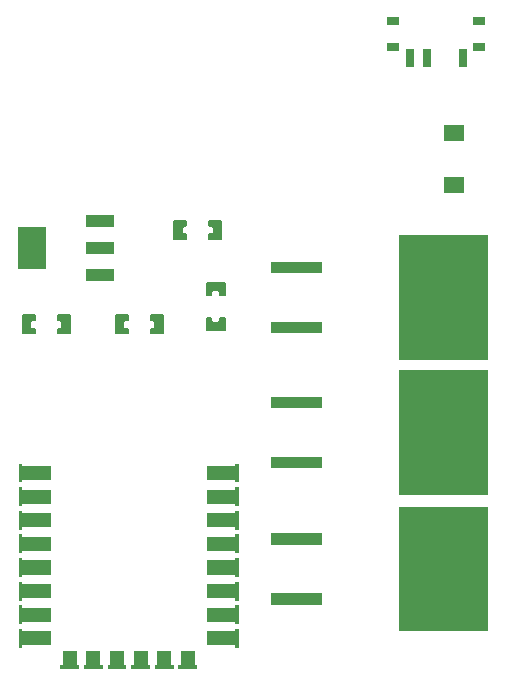
<source format=gtp>
G04 Layer: TopPasteMaskLayer*
G04 EasyEDA v6.4.7, 2021-05-23T18:21:04+05:00*
G04 4ba805003f7d4cf790364f2a1c8dc171,d3277c0307964fb6908111913dbd2705,10*
G04 Gerber Generator version 0.2*
G04 Scale: 100 percent, Rotated: No, Reflected: No *
G04 Dimensions in inches *
G04 leading zeros omitted , absolute positions ,2 integer and 4 decimal *
%FSLAX24Y24*%
%MOIN*%
G90*
D02*

%ADD14R,0.070866X0.053150*%
%ADD19R,0.027559X0.059055*%
%ADD20R,0.039370X0.031496*%

%LPD*%
G54D14*
G01X15200Y17233D03*
G01X15200Y18966D03*
G36*
G01X9105Y5642D02*
G01X10798Y5642D01*
G01X10798Y5257D01*
G01X9105Y5257D01*
G01X9105Y5642D01*
G37*
G36*
G01X9105Y3642D02*
G01X10798Y3642D01*
G01X10798Y3257D01*
G01X9105Y3257D01*
G01X9105Y3642D01*
G37*
G36*
G01X16330Y6530D02*
G01X16330Y2369D01*
G01X13365Y2369D01*
G01X13365Y6530D01*
G01X16330Y6530D01*
G37*
G36*
G01X9105Y10192D02*
G01X10798Y10192D01*
G01X10798Y9807D01*
G01X9105Y9807D01*
G01X9105Y10192D01*
G37*
G36*
G01X9105Y8192D02*
G01X10798Y8192D01*
G01X10798Y7807D01*
G01X9105Y7807D01*
G01X9105Y8192D01*
G37*
G36*
G01X16330Y11080D02*
G01X16330Y6919D01*
G01X13365Y6919D01*
G01X13365Y11080D01*
G01X16330Y11080D01*
G37*
G36*
G01X9105Y14692D02*
G01X10798Y14692D01*
G01X10798Y14307D01*
G01X9105Y14307D01*
G01X9105Y14692D01*
G37*
G36*
G01X9105Y12692D02*
G01X10798Y12692D01*
G01X10798Y12307D01*
G01X9105Y12307D01*
G01X9105Y12692D01*
G37*
G36*
G01X16330Y15580D02*
G01X16330Y11419D01*
G01X13365Y11419D01*
G01X13365Y15580D01*
G01X16330Y15580D01*
G37*
G54D19*
G01X15485Y21489D03*
G01X14304Y21489D03*
G01X13714Y21489D03*
G54D20*
G01X16036Y21844D03*
G01X13163Y21844D03*
G01X13163Y22710D03*
G01X16036Y22710D03*
G36*
G01X3840Y14051D02*
G01X3840Y14437D01*
G01X2919Y14437D01*
G01X2919Y14051D01*
G01X3840Y14051D01*
G37*
G36*
G01X3840Y14957D02*
G01X3840Y15342D01*
G01X2919Y15342D01*
G01X2919Y14957D01*
G01X3840Y14957D01*
G37*
G36*
G01X3840Y15862D02*
G01X3840Y16248D01*
G01X2919Y16248D01*
G01X2919Y15862D01*
G01X3840Y15862D01*
G37*
G36*
G01X1580Y15858D02*
G01X1580Y14441D01*
G01X659Y14441D01*
G01X659Y15858D01*
G01X1580Y15858D01*
G37*

%LPD*%
G36*
G01X7430Y16084D02*
G01X7033Y16084D01*
G01X6994Y16045D01*
G01X6994Y15903D01*
G01X7033Y15863D01*
G01X7116Y15863D01*
G01X7156Y15824D01*
G01X7156Y15675D01*
G01X7116Y15636D01*
G01X7033Y15636D01*
G01X6994Y15596D01*
G01X6994Y15454D01*
G01X7033Y15415D01*
G01X7430Y15415D01*
G01X7469Y15454D01*
G01X7469Y16045D01*
G01X7430Y16084D01*
G37*

%LPD*%
G36*
G01X6266Y16084D02*
G01X5869Y16084D01*
G01X5830Y16045D01*
G01X5830Y15454D01*
G01X5869Y15415D01*
G01X6266Y15415D01*
G01X6305Y15454D01*
G01X6305Y15596D01*
G01X6266Y15636D01*
G01X6183Y15636D01*
G01X6143Y15675D01*
G01X6143Y15824D01*
G01X6183Y15863D01*
G01X6266Y15863D01*
G01X6305Y15903D01*
G01X6305Y16045D01*
G01X6266Y16084D01*
G37*

%LPD*%
G36*
G01X4316Y12934D02*
G01X3919Y12934D01*
G01X3880Y12895D01*
G01X3880Y12304D01*
G01X3919Y12265D01*
G01X4316Y12265D01*
G01X4355Y12304D01*
G01X4355Y12446D01*
G01X4316Y12486D01*
G01X4233Y12486D01*
G01X4193Y12525D01*
G01X4193Y12674D01*
G01X4233Y12713D01*
G01X4316Y12713D01*
G01X4355Y12753D01*
G01X4355Y12895D01*
G01X4316Y12934D01*
G37*

%LPD*%
G36*
G01X5480Y12934D02*
G01X5083Y12934D01*
G01X5044Y12895D01*
G01X5044Y12753D01*
G01X5083Y12713D01*
G01X5166Y12713D01*
G01X5206Y12674D01*
G01X5206Y12525D01*
G01X5166Y12486D01*
G01X5083Y12486D01*
G01X5044Y12446D01*
G01X5044Y12304D01*
G01X5083Y12265D01*
G01X5480Y12265D01*
G01X5519Y12304D01*
G01X5519Y12895D01*
G01X5480Y12934D01*
G37*

%LPD*%
G36*
G01X7545Y14019D02*
G01X6954Y14019D01*
G01X6915Y13980D01*
G01X6915Y13583D01*
G01X6954Y13544D01*
G01X7096Y13544D01*
G01X7136Y13583D01*
G01X7136Y13666D01*
G01X7175Y13706D01*
G01X7324Y13706D01*
G01X7363Y13666D01*
G01X7363Y13583D01*
G01X7403Y13544D01*
G01X7545Y13544D01*
G01X7584Y13583D01*
G01X7584Y13980D01*
G01X7545Y14019D01*
G37*

%LPD*%
G36*
G01X7096Y12855D02*
G01X6954Y12855D01*
G01X6915Y12816D01*
G01X6915Y12419D01*
G01X6954Y12380D01*
G01X7545Y12380D01*
G01X7584Y12419D01*
G01X7584Y12816D01*
G01X7545Y12855D01*
G01X7403Y12855D01*
G01X7363Y12816D01*
G01X7363Y12733D01*
G01X7324Y12693D01*
G01X7175Y12693D01*
G01X7136Y12733D01*
G01X7136Y12816D01*
G01X7096Y12855D01*
G37*

%LPD*%
G36*
G01X2380Y12934D02*
G01X1983Y12934D01*
G01X1944Y12895D01*
G01X1944Y12753D01*
G01X1983Y12713D01*
G01X2066Y12713D01*
G01X2106Y12674D01*
G01X2106Y12525D01*
G01X2066Y12486D01*
G01X1983Y12486D01*
G01X1944Y12446D01*
G01X1944Y12304D01*
G01X1983Y12265D01*
G01X2380Y12265D01*
G01X2419Y12304D01*
G01X2419Y12895D01*
G01X2380Y12934D01*
G37*

%LPD*%
G36*
G01X1216Y12934D02*
G01X819Y12934D01*
G01X780Y12895D01*
G01X780Y12304D01*
G01X819Y12265D01*
G01X1216Y12265D01*
G01X1255Y12304D01*
G01X1255Y12446D01*
G01X1216Y12486D01*
G01X1133Y12486D01*
G01X1093Y12525D01*
G01X1093Y12674D01*
G01X1133Y12713D01*
G01X1216Y12713D01*
G01X1255Y12753D01*
G01X1255Y12895D01*
G01X1216Y12934D01*
G37*

%LPD*%
G36*
G01X806Y7961D02*
G01X688Y7961D01*
G01X688Y7331D01*
G01X806Y7331D01*
G01X806Y7410D01*
G01X1751Y7410D01*
G01X1751Y7883D01*
G01X806Y7883D01*
G01X806Y7961D01*
G37*

%LPD*%
G36*
G01X6554Y1706D02*
G01X6082Y1706D01*
G01X6082Y1237D01*
G01X6003Y1237D01*
G01X6003Y1119D01*
G01X6633Y1119D01*
G01X6633Y1237D01*
G01X6554Y1237D01*
G01X6554Y1706D01*
G37*

%LPD*%
G36*
G01X806Y7174D02*
G01X688Y7174D01*
G01X688Y6544D01*
G01X806Y6544D01*
G01X806Y6623D01*
G01X1751Y6623D01*
G01X1751Y7095D01*
G01X806Y7095D01*
G01X806Y7174D01*
G37*

%LPD*%
G36*
G01X806Y6386D02*
G01X688Y6386D01*
G01X688Y5757D01*
G01X806Y5757D01*
G01X806Y5835D01*
G01X1751Y5835D01*
G01X1751Y6308D01*
G01X806Y6308D01*
G01X806Y6386D01*
G37*

%LPD*%
G36*
G01X806Y5599D02*
G01X688Y5599D01*
G01X688Y4969D01*
G01X806Y4969D01*
G01X806Y5048D01*
G01X1751Y5048D01*
G01X1751Y5520D01*
G01X806Y5520D01*
G01X806Y5599D01*
G37*

%LPD*%
G36*
G01X806Y4812D02*
G01X688Y4812D01*
G01X688Y4182D01*
G01X806Y4182D01*
G01X806Y4261D01*
G01X1751Y4261D01*
G01X1751Y4733D01*
G01X806Y4733D01*
G01X806Y4812D01*
G37*

%LPD*%
G36*
G01X806Y4024D02*
G01X688Y4024D01*
G01X688Y3394D01*
G01X806Y3394D01*
G01X806Y3473D01*
G01X1751Y3473D01*
G01X1751Y3946D01*
G01X806Y3946D01*
G01X806Y4024D01*
G37*

%LPD*%
G36*
G01X806Y3237D02*
G01X688Y3237D01*
G01X688Y2607D01*
G01X806Y2607D01*
G01X806Y2686D01*
G01X1751Y2686D01*
G01X1751Y3158D01*
G01X806Y3158D01*
G01X806Y3237D01*
G37*

%LPD*%
G36*
G01X806Y2450D02*
G01X688Y2450D01*
G01X688Y1820D01*
G01X806Y1820D01*
G01X806Y1898D01*
G01X1751Y1898D01*
G01X1751Y2371D01*
G01X806Y2371D01*
G01X806Y2450D01*
G37*

%LPD*%
G36*
G01X8011Y7962D02*
G01X7893Y7962D01*
G01X7893Y7883D01*
G01X6948Y7883D01*
G01X6948Y7411D01*
G01X7893Y7411D01*
G01X7893Y7332D01*
G01X8011Y7332D01*
G01X8011Y7962D01*
G37*

%LPD*%
G36*
G01X8011Y7175D02*
G01X7893Y7175D01*
G01X7893Y7096D01*
G01X6948Y7096D01*
G01X6948Y6624D01*
G01X7893Y6624D01*
G01X7893Y6545D01*
G01X8011Y6545D01*
G01X8011Y7175D01*
G37*

%LPD*%
G36*
G01X8011Y6387D02*
G01X7893Y6387D01*
G01X7893Y6309D01*
G01X6948Y6309D01*
G01X6948Y5836D01*
G01X7893Y5836D01*
G01X7893Y5757D01*
G01X8011Y5757D01*
G01X8011Y6387D01*
G37*

%LPD*%
G36*
G01X8011Y5600D02*
G01X7893Y5600D01*
G01X7893Y5521D01*
G01X6948Y5521D01*
G01X6948Y5049D01*
G01X7893Y5049D01*
G01X7893Y4970D01*
G01X8011Y4970D01*
G01X8011Y5600D01*
G37*

%LPD*%
G36*
G01X8011Y4813D02*
G01X7893Y4813D01*
G01X7893Y4734D01*
G01X6948Y4734D01*
G01X6948Y4261D01*
G01X7893Y4261D01*
G01X7893Y4183D01*
G01X8011Y4183D01*
G01X8011Y4813D01*
G37*

%LPD*%
G36*
G01X8011Y4025D02*
G01X7893Y4025D01*
G01X7893Y3946D01*
G01X6948Y3946D01*
G01X6948Y3474D01*
G01X7893Y3474D01*
G01X7893Y3395D01*
G01X8011Y3395D01*
G01X8011Y4025D01*
G37*

%LPD*%
G36*
G01X8011Y3238D02*
G01X7893Y3238D01*
G01X7893Y3159D01*
G01X6948Y3159D01*
G01X6948Y2687D01*
G01X7893Y2687D01*
G01X7893Y2608D01*
G01X8011Y2608D01*
G01X8011Y3238D01*
G37*

%LPD*%
G36*
G01X8011Y2450D02*
G01X7893Y2450D01*
G01X7893Y2371D01*
G01X6948Y2371D01*
G01X6948Y1899D01*
G01X7893Y1899D01*
G01X7893Y1820D01*
G01X8011Y1820D01*
G01X8011Y2450D01*
G37*

%LPD*%
G36*
G01X5767Y1706D02*
G01X5294Y1706D01*
G01X5294Y1238D01*
G01X5216Y1238D01*
G01X5216Y1120D01*
G01X5846Y1120D01*
G01X5846Y1238D01*
G01X5767Y1238D01*
G01X5767Y1706D01*
G37*

%LPD*%
G36*
G01X4979Y1706D02*
G01X4507Y1706D01*
G01X4507Y1238D01*
G01X4428Y1238D01*
G01X4428Y1120D01*
G01X5058Y1120D01*
G01X5058Y1238D01*
G01X4979Y1238D01*
G01X4979Y1706D01*
G37*

%LPD*%
G36*
G01X4192Y1706D02*
G01X3720Y1706D01*
G01X3720Y1238D01*
G01X3641Y1238D01*
G01X3641Y1120D01*
G01X4271Y1120D01*
G01X4271Y1238D01*
G01X4192Y1238D01*
G01X4192Y1706D01*
G37*

%LPD*%
G36*
G01X3405Y1706D02*
G01X2932Y1706D01*
G01X2932Y1238D01*
G01X2853Y1238D01*
G01X2853Y1120D01*
G01X3483Y1120D01*
G01X3483Y1238D01*
G01X3405Y1238D01*
G01X3405Y1706D01*
G37*

%LPD*%
G36*
G01X2617Y1706D02*
G01X2145Y1706D01*
G01X2145Y1237D01*
G01X2066Y1237D01*
G01X2066Y1119D01*
G01X2696Y1119D01*
G01X2696Y1237D01*
G01X2617Y1237D01*
G01X2617Y1706D01*
G37*
M00*
M02*

</source>
